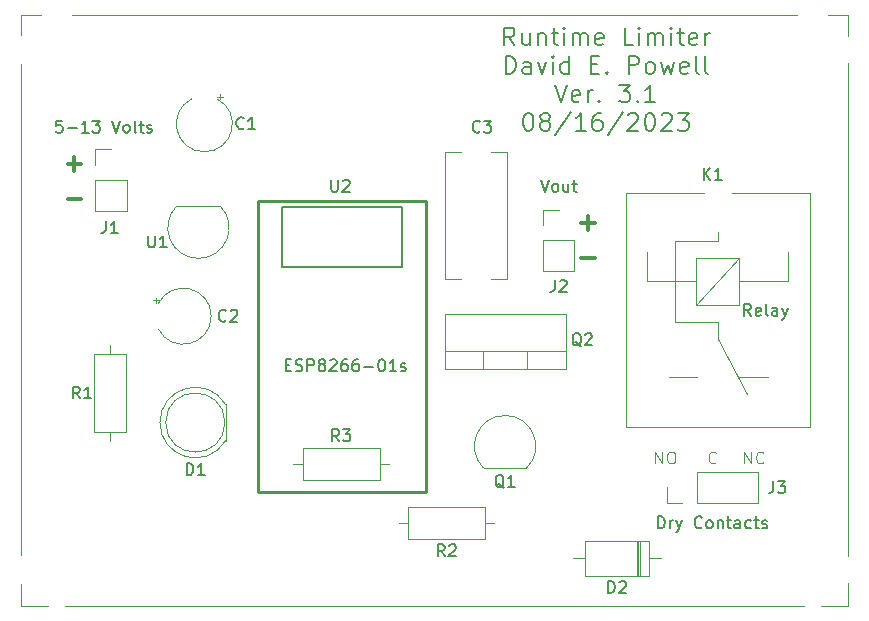
<source format=gbr>
%TF.GenerationSoftware,KiCad,Pcbnew,6.0.11-2627ca5db0~126~ubuntu20.04.1*%
%TF.CreationDate,2023-08-16T23:13:59-05:00*%
%TF.ProjectId,runLimiter,72756e4c-696d-4697-9465-722e6b696361,01*%
%TF.SameCoordinates,Original*%
%TF.FileFunction,Legend,Top*%
%TF.FilePolarity,Positive*%
%FSLAX46Y46*%
G04 Gerber Fmt 4.6, Leading zero omitted, Abs format (unit mm)*
G04 Created by KiCad (PCBNEW 6.0.11-2627ca5db0~126~ubuntu20.04.1) date 2023-08-16 23:13:59*
%MOMM*%
%LPD*%
G01*
G04 APERTURE LIST*
%TA.AperFunction,Profile*%
%ADD10C,0.100000*%
%TD*%
%ADD11C,0.100000*%
%ADD12C,0.300000*%
%ADD13C,0.200000*%
%ADD14C,0.150000*%
%ADD15C,0.120000*%
%ADD16C,0.254000*%
%ADD17C,0.152400*%
%ADD18C,6.400000*%
%ADD19C,1.600000*%
%ADD20O,1.600000X1.600000*%
%ADD21R,1.700000X1.700000*%
%ADD22O,1.700000X1.700000*%
%ADD23R,2.200000X2.200000*%
%ADD24O,2.200000X2.200000*%
%ADD25C,3.000000*%
%ADD26C,2.500000*%
%ADD27R,1.600000X1.600000*%
%ADD28R,1.050000X1.500000*%
%ADD29O,1.050000X1.500000*%
%ADD30R,1.905000X2.000000*%
%ADD31O,1.905000X2.000000*%
%ADD32R,1.800000X1.800000*%
%ADD33C,1.800000*%
%ADD34C,2.000000*%
%ADD35R,1.727200X1.727200*%
%ADD36O,1.727200X1.727200*%
G04 APERTURE END LIST*
D10*
X0Y0D02*
X70000000Y0D01*
X70000000Y0D02*
X70000000Y-50000000D01*
X70000000Y-50000000D02*
X0Y-50000000D01*
X0Y-50000000D02*
X0Y0D01*
D11*
X53690476Y-37952380D02*
X53690476Y-36952380D01*
X54261904Y-37952380D01*
X54261904Y-36952380D01*
X54928571Y-36952380D02*
X55119047Y-36952380D01*
X55214285Y-37000000D01*
X55309523Y-37095238D01*
X55357142Y-37285714D01*
X55357142Y-37619047D01*
X55309523Y-37809523D01*
X55214285Y-37904761D01*
X55119047Y-37952380D01*
X54928571Y-37952380D01*
X54833333Y-37904761D01*
X54738095Y-37809523D01*
X54690476Y-37619047D01*
X54690476Y-37285714D01*
X54738095Y-37095238D01*
X54833333Y-37000000D01*
X54928571Y-36952380D01*
D12*
X47428571Y-17607142D02*
X48571428Y-17607142D01*
X48000000Y-18178571D02*
X48000000Y-17035714D01*
X3928571Y-15607142D02*
X5071428Y-15607142D01*
D13*
X41750000Y-2556071D02*
X41250000Y-1841785D01*
X40892857Y-2556071D02*
X40892857Y-1056071D01*
X41464285Y-1056071D01*
X41607142Y-1127500D01*
X41678571Y-1198928D01*
X41750000Y-1341785D01*
X41750000Y-1556071D01*
X41678571Y-1698928D01*
X41607142Y-1770357D01*
X41464285Y-1841785D01*
X40892857Y-1841785D01*
X43035714Y-1556071D02*
X43035714Y-2556071D01*
X42392857Y-1556071D02*
X42392857Y-2341785D01*
X42464285Y-2484642D01*
X42607142Y-2556071D01*
X42821428Y-2556071D01*
X42964285Y-2484642D01*
X43035714Y-2413214D01*
X43750000Y-1556071D02*
X43750000Y-2556071D01*
X43750000Y-1698928D02*
X43821428Y-1627500D01*
X43964285Y-1556071D01*
X44178571Y-1556071D01*
X44321428Y-1627500D01*
X44392857Y-1770357D01*
X44392857Y-2556071D01*
X44892857Y-1556071D02*
X45464285Y-1556071D01*
X45107142Y-1056071D02*
X45107142Y-2341785D01*
X45178571Y-2484642D01*
X45321428Y-2556071D01*
X45464285Y-2556071D01*
X45964285Y-2556071D02*
X45964285Y-1556071D01*
X45964285Y-1056071D02*
X45892857Y-1127500D01*
X45964285Y-1198928D01*
X46035714Y-1127500D01*
X45964285Y-1056071D01*
X45964285Y-1198928D01*
X46678571Y-2556071D02*
X46678571Y-1556071D01*
X46678571Y-1698928D02*
X46750000Y-1627500D01*
X46892857Y-1556071D01*
X47107142Y-1556071D01*
X47250000Y-1627500D01*
X47321428Y-1770357D01*
X47321428Y-2556071D01*
X47321428Y-1770357D02*
X47392857Y-1627500D01*
X47535714Y-1556071D01*
X47750000Y-1556071D01*
X47892857Y-1627500D01*
X47964285Y-1770357D01*
X47964285Y-2556071D01*
X49250000Y-2484642D02*
X49107142Y-2556071D01*
X48821428Y-2556071D01*
X48678571Y-2484642D01*
X48607142Y-2341785D01*
X48607142Y-1770357D01*
X48678571Y-1627500D01*
X48821428Y-1556071D01*
X49107142Y-1556071D01*
X49250000Y-1627500D01*
X49321428Y-1770357D01*
X49321428Y-1913214D01*
X48607142Y-2056071D01*
X51821428Y-2556071D02*
X51107142Y-2556071D01*
X51107142Y-1056071D01*
X52321428Y-2556071D02*
X52321428Y-1556071D01*
X52321428Y-1056071D02*
X52250000Y-1127500D01*
X52321428Y-1198928D01*
X52392857Y-1127500D01*
X52321428Y-1056071D01*
X52321428Y-1198928D01*
X53035714Y-2556071D02*
X53035714Y-1556071D01*
X53035714Y-1698928D02*
X53107142Y-1627500D01*
X53250000Y-1556071D01*
X53464285Y-1556071D01*
X53607142Y-1627500D01*
X53678571Y-1770357D01*
X53678571Y-2556071D01*
X53678571Y-1770357D02*
X53750000Y-1627500D01*
X53892857Y-1556071D01*
X54107142Y-1556071D01*
X54250000Y-1627500D01*
X54321428Y-1770357D01*
X54321428Y-2556071D01*
X55035714Y-2556071D02*
X55035714Y-1556071D01*
X55035714Y-1056071D02*
X54964285Y-1127500D01*
X55035714Y-1198928D01*
X55107142Y-1127500D01*
X55035714Y-1056071D01*
X55035714Y-1198928D01*
X55535714Y-1556071D02*
X56107142Y-1556071D01*
X55750000Y-1056071D02*
X55750000Y-2341785D01*
X55821428Y-2484642D01*
X55964285Y-2556071D01*
X56107142Y-2556071D01*
X57178571Y-2484642D02*
X57035714Y-2556071D01*
X56750000Y-2556071D01*
X56607142Y-2484642D01*
X56535714Y-2341785D01*
X56535714Y-1770357D01*
X56607142Y-1627500D01*
X56750000Y-1556071D01*
X57035714Y-1556071D01*
X57178571Y-1627500D01*
X57250000Y-1770357D01*
X57250000Y-1913214D01*
X56535714Y-2056071D01*
X57892857Y-2556071D02*
X57892857Y-1556071D01*
X57892857Y-1841785D02*
X57964285Y-1698928D01*
X58035714Y-1627500D01*
X58178571Y-1556071D01*
X58321428Y-1556071D01*
X41000000Y-4971071D02*
X41000000Y-3471071D01*
X41357142Y-3471071D01*
X41571428Y-3542500D01*
X41714285Y-3685357D01*
X41785714Y-3828214D01*
X41857142Y-4113928D01*
X41857142Y-4328214D01*
X41785714Y-4613928D01*
X41714285Y-4756785D01*
X41571428Y-4899642D01*
X41357142Y-4971071D01*
X41000000Y-4971071D01*
X43142857Y-4971071D02*
X43142857Y-4185357D01*
X43071428Y-4042500D01*
X42928571Y-3971071D01*
X42642857Y-3971071D01*
X42500000Y-4042500D01*
X43142857Y-4899642D02*
X43000000Y-4971071D01*
X42642857Y-4971071D01*
X42500000Y-4899642D01*
X42428571Y-4756785D01*
X42428571Y-4613928D01*
X42500000Y-4471071D01*
X42642857Y-4399642D01*
X43000000Y-4399642D01*
X43142857Y-4328214D01*
X43714285Y-3971071D02*
X44071428Y-4971071D01*
X44428571Y-3971071D01*
X45000000Y-4971071D02*
X45000000Y-3971071D01*
X45000000Y-3471071D02*
X44928571Y-3542500D01*
X45000000Y-3613928D01*
X45071428Y-3542500D01*
X45000000Y-3471071D01*
X45000000Y-3613928D01*
X46357142Y-4971071D02*
X46357142Y-3471071D01*
X46357142Y-4899642D02*
X46214285Y-4971071D01*
X45928571Y-4971071D01*
X45785714Y-4899642D01*
X45714285Y-4828214D01*
X45642857Y-4685357D01*
X45642857Y-4256785D01*
X45714285Y-4113928D01*
X45785714Y-4042500D01*
X45928571Y-3971071D01*
X46214285Y-3971071D01*
X46357142Y-4042500D01*
X48214285Y-4185357D02*
X48714285Y-4185357D01*
X48928571Y-4971071D02*
X48214285Y-4971071D01*
X48214285Y-3471071D01*
X48928571Y-3471071D01*
X49571428Y-4828214D02*
X49642857Y-4899642D01*
X49571428Y-4971071D01*
X49500000Y-4899642D01*
X49571428Y-4828214D01*
X49571428Y-4971071D01*
X51428571Y-4971071D02*
X51428571Y-3471071D01*
X52000000Y-3471071D01*
X52142857Y-3542500D01*
X52214285Y-3613928D01*
X52285714Y-3756785D01*
X52285714Y-3971071D01*
X52214285Y-4113928D01*
X52142857Y-4185357D01*
X52000000Y-4256785D01*
X51428571Y-4256785D01*
X53142857Y-4971071D02*
X53000000Y-4899642D01*
X52928571Y-4828214D01*
X52857142Y-4685357D01*
X52857142Y-4256785D01*
X52928571Y-4113928D01*
X53000000Y-4042500D01*
X53142857Y-3971071D01*
X53357142Y-3971071D01*
X53500000Y-4042500D01*
X53571428Y-4113928D01*
X53642857Y-4256785D01*
X53642857Y-4685357D01*
X53571428Y-4828214D01*
X53500000Y-4899642D01*
X53357142Y-4971071D01*
X53142857Y-4971071D01*
X54142857Y-3971071D02*
X54428571Y-4971071D01*
X54714285Y-4256785D01*
X55000000Y-4971071D01*
X55285714Y-3971071D01*
X56428571Y-4899642D02*
X56285714Y-4971071D01*
X56000000Y-4971071D01*
X55857142Y-4899642D01*
X55785714Y-4756785D01*
X55785714Y-4185357D01*
X55857142Y-4042500D01*
X56000000Y-3971071D01*
X56285714Y-3971071D01*
X56428571Y-4042500D01*
X56500000Y-4185357D01*
X56500000Y-4328214D01*
X55785714Y-4471071D01*
X57357142Y-4971071D02*
X57214285Y-4899642D01*
X57142857Y-4756785D01*
X57142857Y-3471071D01*
X58142857Y-4971071D02*
X58000000Y-4899642D01*
X57928571Y-4756785D01*
X57928571Y-3471071D01*
X45178571Y-5886071D02*
X45678571Y-7386071D01*
X46178571Y-5886071D01*
X47250000Y-7314642D02*
X47107142Y-7386071D01*
X46821428Y-7386071D01*
X46678571Y-7314642D01*
X46607142Y-7171785D01*
X46607142Y-6600357D01*
X46678571Y-6457500D01*
X46821428Y-6386071D01*
X47107142Y-6386071D01*
X47250000Y-6457500D01*
X47321428Y-6600357D01*
X47321428Y-6743214D01*
X46607142Y-6886071D01*
X47964285Y-7386071D02*
X47964285Y-6386071D01*
X47964285Y-6671785D02*
X48035714Y-6528928D01*
X48107142Y-6457500D01*
X48250000Y-6386071D01*
X48392857Y-6386071D01*
X48892857Y-7243214D02*
X48964285Y-7314642D01*
X48892857Y-7386071D01*
X48821428Y-7314642D01*
X48892857Y-7243214D01*
X48892857Y-7386071D01*
X50607142Y-5886071D02*
X51535714Y-5886071D01*
X51035714Y-6457500D01*
X51250000Y-6457500D01*
X51392857Y-6528928D01*
X51464285Y-6600357D01*
X51535714Y-6743214D01*
X51535714Y-7100357D01*
X51464285Y-7243214D01*
X51392857Y-7314642D01*
X51250000Y-7386071D01*
X50821428Y-7386071D01*
X50678571Y-7314642D01*
X50607142Y-7243214D01*
X52178571Y-7243214D02*
X52250000Y-7314642D01*
X52178571Y-7386071D01*
X52107142Y-7314642D01*
X52178571Y-7243214D01*
X52178571Y-7386071D01*
X53678571Y-7386071D02*
X52821428Y-7386071D01*
X53250000Y-7386071D02*
X53250000Y-5886071D01*
X53107142Y-6100357D01*
X52964285Y-6243214D01*
X52821428Y-6314642D01*
X42857142Y-8301071D02*
X43000000Y-8301071D01*
X43142857Y-8372500D01*
X43214285Y-8443928D01*
X43285714Y-8586785D01*
X43357142Y-8872500D01*
X43357142Y-9229642D01*
X43285714Y-9515357D01*
X43214285Y-9658214D01*
X43142857Y-9729642D01*
X43000000Y-9801071D01*
X42857142Y-9801071D01*
X42714285Y-9729642D01*
X42642857Y-9658214D01*
X42571428Y-9515357D01*
X42500000Y-9229642D01*
X42500000Y-8872500D01*
X42571428Y-8586785D01*
X42642857Y-8443928D01*
X42714285Y-8372500D01*
X42857142Y-8301071D01*
X44214285Y-8943928D02*
X44071428Y-8872500D01*
X44000000Y-8801071D01*
X43928571Y-8658214D01*
X43928571Y-8586785D01*
X44000000Y-8443928D01*
X44071428Y-8372500D01*
X44214285Y-8301071D01*
X44500000Y-8301071D01*
X44642857Y-8372500D01*
X44714285Y-8443928D01*
X44785714Y-8586785D01*
X44785714Y-8658214D01*
X44714285Y-8801071D01*
X44642857Y-8872500D01*
X44500000Y-8943928D01*
X44214285Y-8943928D01*
X44071428Y-9015357D01*
X44000000Y-9086785D01*
X43928571Y-9229642D01*
X43928571Y-9515357D01*
X44000000Y-9658214D01*
X44071428Y-9729642D01*
X44214285Y-9801071D01*
X44500000Y-9801071D01*
X44642857Y-9729642D01*
X44714285Y-9658214D01*
X44785714Y-9515357D01*
X44785714Y-9229642D01*
X44714285Y-9086785D01*
X44642857Y-9015357D01*
X44500000Y-8943928D01*
X46500000Y-8229642D02*
X45214285Y-10158214D01*
X47785714Y-9801071D02*
X46928571Y-9801071D01*
X47357142Y-9801071D02*
X47357142Y-8301071D01*
X47214285Y-8515357D01*
X47071428Y-8658214D01*
X46928571Y-8729642D01*
X49071428Y-8301071D02*
X48785714Y-8301071D01*
X48642857Y-8372500D01*
X48571428Y-8443928D01*
X48428571Y-8658214D01*
X48357142Y-8943928D01*
X48357142Y-9515357D01*
X48428571Y-9658214D01*
X48500000Y-9729642D01*
X48642857Y-9801071D01*
X48928571Y-9801071D01*
X49071428Y-9729642D01*
X49142857Y-9658214D01*
X49214285Y-9515357D01*
X49214285Y-9158214D01*
X49142857Y-9015357D01*
X49071428Y-8943928D01*
X48928571Y-8872500D01*
X48642857Y-8872500D01*
X48500000Y-8943928D01*
X48428571Y-9015357D01*
X48357142Y-9158214D01*
X50928571Y-8229642D02*
X49642857Y-10158214D01*
X51357142Y-8443928D02*
X51428571Y-8372500D01*
X51571428Y-8301071D01*
X51928571Y-8301071D01*
X52071428Y-8372500D01*
X52142857Y-8443928D01*
X52214285Y-8586785D01*
X52214285Y-8729642D01*
X52142857Y-8943928D01*
X51285714Y-9801071D01*
X52214285Y-9801071D01*
X53142857Y-8301071D02*
X53285714Y-8301071D01*
X53428571Y-8372500D01*
X53500000Y-8443928D01*
X53571428Y-8586785D01*
X53642857Y-8872500D01*
X53642857Y-9229642D01*
X53571428Y-9515357D01*
X53500000Y-9658214D01*
X53428571Y-9729642D01*
X53285714Y-9801071D01*
X53142857Y-9801071D01*
X53000000Y-9729642D01*
X52928571Y-9658214D01*
X52857142Y-9515357D01*
X52785714Y-9229642D01*
X52785714Y-8872500D01*
X52857142Y-8586785D01*
X52928571Y-8443928D01*
X53000000Y-8372500D01*
X53142857Y-8301071D01*
X54214285Y-8443928D02*
X54285714Y-8372500D01*
X54428571Y-8301071D01*
X54785714Y-8301071D01*
X54928571Y-8372500D01*
X55000000Y-8443928D01*
X55071428Y-8586785D01*
X55071428Y-8729642D01*
X55000000Y-8943928D01*
X54142857Y-9801071D01*
X55071428Y-9801071D01*
X55571428Y-8301071D02*
X56500000Y-8301071D01*
X56000000Y-8872500D01*
X56214285Y-8872500D01*
X56357142Y-8943928D01*
X56428571Y-9015357D01*
X56500000Y-9158214D01*
X56500000Y-9515357D01*
X56428571Y-9658214D01*
X56357142Y-9729642D01*
X56214285Y-9801071D01*
X55785714Y-9801071D01*
X55642857Y-9729642D01*
X55571428Y-9658214D01*
D11*
X58809523Y-37857142D02*
X58761904Y-37904761D01*
X58619047Y-37952380D01*
X58523809Y-37952380D01*
X58380952Y-37904761D01*
X58285714Y-37809523D01*
X58238095Y-37714285D01*
X58190476Y-37523809D01*
X58190476Y-37380952D01*
X58238095Y-37190476D01*
X58285714Y-37095238D01*
X58380952Y-37000000D01*
X58523809Y-36952380D01*
X58619047Y-36952380D01*
X58761904Y-37000000D01*
X58809523Y-37047619D01*
X61214285Y-37952380D02*
X61214285Y-36952380D01*
X61785714Y-37952380D01*
X61785714Y-36952380D01*
X62833333Y-37857142D02*
X62785714Y-37904761D01*
X62642857Y-37952380D01*
X62547619Y-37952380D01*
X62404761Y-37904761D01*
X62309523Y-37809523D01*
X62261904Y-37714285D01*
X62214285Y-37523809D01*
X62214285Y-37380952D01*
X62261904Y-37190476D01*
X62309523Y-37095238D01*
X62404761Y-37000000D01*
X62547619Y-36952380D01*
X62642857Y-36952380D01*
X62785714Y-37000000D01*
X62833333Y-37047619D01*
D12*
X3928571Y-12607142D02*
X5071428Y-12607142D01*
X4500000Y-13178571D02*
X4500000Y-12035714D01*
X47428571Y-20607142D02*
X48571428Y-20607142D01*
D14*
%TO.C,R3*%
X26913333Y-36082380D02*
X26580000Y-35606190D01*
X26341904Y-36082380D02*
X26341904Y-35082380D01*
X26722857Y-35082380D01*
X26818095Y-35130000D01*
X26865714Y-35177619D01*
X26913333Y-35272857D01*
X26913333Y-35415714D01*
X26865714Y-35510952D01*
X26818095Y-35558571D01*
X26722857Y-35606190D01*
X26341904Y-35606190D01*
X27246666Y-35082380D02*
X27865714Y-35082380D01*
X27532380Y-35463333D01*
X27675238Y-35463333D01*
X27770476Y-35510952D01*
X27818095Y-35558571D01*
X27865714Y-35653809D01*
X27865714Y-35891904D01*
X27818095Y-35987142D01*
X27770476Y-36034761D01*
X27675238Y-36082380D01*
X27389523Y-36082380D01*
X27294285Y-36034761D01*
X27246666Y-35987142D01*
%TO.C,J3*%
X63666666Y-39452380D02*
X63666666Y-40166666D01*
X63619047Y-40309523D01*
X63523809Y-40404761D01*
X63380952Y-40452380D01*
X63285714Y-40452380D01*
X64047619Y-39452380D02*
X64666666Y-39452380D01*
X64333333Y-39833333D01*
X64476190Y-39833333D01*
X64571428Y-39880952D01*
X64619047Y-39928571D01*
X64666666Y-40023809D01*
X64666666Y-40261904D01*
X64619047Y-40357142D01*
X64571428Y-40404761D01*
X64476190Y-40452380D01*
X64190476Y-40452380D01*
X64095238Y-40404761D01*
X64047619Y-40357142D01*
X53904761Y-43452380D02*
X53904761Y-42452380D01*
X54142857Y-42452380D01*
X54285714Y-42500000D01*
X54380952Y-42595238D01*
X54428571Y-42690476D01*
X54476190Y-42880952D01*
X54476190Y-43023809D01*
X54428571Y-43214285D01*
X54380952Y-43309523D01*
X54285714Y-43404761D01*
X54142857Y-43452380D01*
X53904761Y-43452380D01*
X54904761Y-43452380D02*
X54904761Y-42785714D01*
X54904761Y-42976190D02*
X54952380Y-42880952D01*
X55000000Y-42833333D01*
X55095238Y-42785714D01*
X55190476Y-42785714D01*
X55428571Y-42785714D02*
X55666666Y-43452380D01*
X55904761Y-42785714D02*
X55666666Y-43452380D01*
X55571428Y-43690476D01*
X55523809Y-43738095D01*
X55428571Y-43785714D01*
X57619047Y-43357142D02*
X57571428Y-43404761D01*
X57428571Y-43452380D01*
X57333333Y-43452380D01*
X57190476Y-43404761D01*
X57095238Y-43309523D01*
X57047619Y-43214285D01*
X57000000Y-43023809D01*
X57000000Y-42880952D01*
X57047619Y-42690476D01*
X57095238Y-42595238D01*
X57190476Y-42500000D01*
X57333333Y-42452380D01*
X57428571Y-42452380D01*
X57571428Y-42500000D01*
X57619047Y-42547619D01*
X58190476Y-43452380D02*
X58095238Y-43404761D01*
X58047619Y-43357142D01*
X58000000Y-43261904D01*
X58000000Y-42976190D01*
X58047619Y-42880952D01*
X58095238Y-42833333D01*
X58190476Y-42785714D01*
X58333333Y-42785714D01*
X58428571Y-42833333D01*
X58476190Y-42880952D01*
X58523809Y-42976190D01*
X58523809Y-43261904D01*
X58476190Y-43357142D01*
X58428571Y-43404761D01*
X58333333Y-43452380D01*
X58190476Y-43452380D01*
X58952380Y-42785714D02*
X58952380Y-43452380D01*
X58952380Y-42880952D02*
X59000000Y-42833333D01*
X59095238Y-42785714D01*
X59238095Y-42785714D01*
X59333333Y-42833333D01*
X59380952Y-42928571D01*
X59380952Y-43452380D01*
X59714285Y-42785714D02*
X60095238Y-42785714D01*
X59857142Y-42452380D02*
X59857142Y-43309523D01*
X59904761Y-43404761D01*
X60000000Y-43452380D01*
X60095238Y-43452380D01*
X60857142Y-43452380D02*
X60857142Y-42928571D01*
X60809523Y-42833333D01*
X60714285Y-42785714D01*
X60523809Y-42785714D01*
X60428571Y-42833333D01*
X60857142Y-43404761D02*
X60761904Y-43452380D01*
X60523809Y-43452380D01*
X60428571Y-43404761D01*
X60380952Y-43309523D01*
X60380952Y-43214285D01*
X60428571Y-43119047D01*
X60523809Y-43071428D01*
X60761904Y-43071428D01*
X60857142Y-43023809D01*
X61761904Y-43404761D02*
X61666666Y-43452380D01*
X61476190Y-43452380D01*
X61380952Y-43404761D01*
X61333333Y-43357142D01*
X61285714Y-43261904D01*
X61285714Y-42976190D01*
X61333333Y-42880952D01*
X61380952Y-42833333D01*
X61476190Y-42785714D01*
X61666666Y-42785714D01*
X61761904Y-42833333D01*
X62047619Y-42785714D02*
X62428571Y-42785714D01*
X62190476Y-42452380D02*
X62190476Y-43309523D01*
X62238095Y-43404761D01*
X62333333Y-43452380D01*
X62428571Y-43452380D01*
X62714285Y-43404761D02*
X62809523Y-43452380D01*
X63000000Y-43452380D01*
X63095238Y-43404761D01*
X63142857Y-43309523D01*
X63142857Y-43261904D01*
X63095238Y-43166666D01*
X63000000Y-43119047D01*
X62857142Y-43119047D01*
X62761904Y-43071428D01*
X62714285Y-42976190D01*
X62714285Y-42928571D01*
X62761904Y-42833333D01*
X62857142Y-42785714D01*
X63000000Y-42785714D01*
X63095238Y-42833333D01*
%TO.C,D2*%
X49681904Y-48922380D02*
X49681904Y-47922380D01*
X49920000Y-47922380D01*
X50062857Y-47970000D01*
X50158095Y-48065238D01*
X50205714Y-48160476D01*
X50253333Y-48350952D01*
X50253333Y-48493809D01*
X50205714Y-48684285D01*
X50158095Y-48779523D01*
X50062857Y-48874761D01*
X49920000Y-48922380D01*
X49681904Y-48922380D01*
X50634285Y-48017619D02*
X50681904Y-47970000D01*
X50777142Y-47922380D01*
X51015238Y-47922380D01*
X51110476Y-47970000D01*
X51158095Y-48017619D01*
X51205714Y-48112857D01*
X51205714Y-48208095D01*
X51158095Y-48350952D01*
X50586666Y-48922380D01*
X51205714Y-48922380D01*
%TO.C,K1*%
X57761904Y-13952380D02*
X57761904Y-12952380D01*
X58333333Y-13952380D02*
X57904761Y-13380952D01*
X58333333Y-12952380D02*
X57761904Y-13523809D01*
X59285714Y-13952380D02*
X58714285Y-13952380D01*
X59000000Y-13952380D02*
X59000000Y-12952380D01*
X58904761Y-13095238D01*
X58809523Y-13190476D01*
X58714285Y-13238095D01*
X61785714Y-25452380D02*
X61452380Y-24976190D01*
X61214285Y-25452380D02*
X61214285Y-24452380D01*
X61595238Y-24452380D01*
X61690476Y-24500000D01*
X61738095Y-24547619D01*
X61785714Y-24642857D01*
X61785714Y-24785714D01*
X61738095Y-24880952D01*
X61690476Y-24928571D01*
X61595238Y-24976190D01*
X61214285Y-24976190D01*
X62595238Y-25404761D02*
X62500000Y-25452380D01*
X62309523Y-25452380D01*
X62214285Y-25404761D01*
X62166666Y-25309523D01*
X62166666Y-24928571D01*
X62214285Y-24833333D01*
X62309523Y-24785714D01*
X62500000Y-24785714D01*
X62595238Y-24833333D01*
X62642857Y-24928571D01*
X62642857Y-25023809D01*
X62166666Y-25119047D01*
X63214285Y-25452380D02*
X63119047Y-25404761D01*
X63071428Y-25309523D01*
X63071428Y-24452380D01*
X64023809Y-25452380D02*
X64023809Y-24928571D01*
X63976190Y-24833333D01*
X63880952Y-24785714D01*
X63690476Y-24785714D01*
X63595238Y-24833333D01*
X64023809Y-25404761D02*
X63928571Y-25452380D01*
X63690476Y-25452380D01*
X63595238Y-25404761D01*
X63547619Y-25309523D01*
X63547619Y-25214285D01*
X63595238Y-25119047D01*
X63690476Y-25071428D01*
X63928571Y-25071428D01*
X64023809Y-25023809D01*
X64404761Y-24785714D02*
X64642857Y-25452380D01*
X64880952Y-24785714D02*
X64642857Y-25452380D01*
X64547619Y-25690476D01*
X64500000Y-25738095D01*
X64404761Y-25785714D01*
%TO.C,J1*%
X7166666Y-17452380D02*
X7166666Y-18166666D01*
X7119047Y-18309523D01*
X7023809Y-18404761D01*
X6880952Y-18452380D01*
X6785714Y-18452380D01*
X8166666Y-18452380D02*
X7595238Y-18452380D01*
X7880952Y-18452380D02*
X7880952Y-17452380D01*
X7785714Y-17595238D01*
X7690476Y-17690476D01*
X7595238Y-17738095D01*
X3452380Y-8952380D02*
X2976190Y-8952380D01*
X2928571Y-9428571D01*
X2976190Y-9380952D01*
X3071428Y-9333333D01*
X3309523Y-9333333D01*
X3404761Y-9380952D01*
X3452380Y-9428571D01*
X3500000Y-9523809D01*
X3500000Y-9761904D01*
X3452380Y-9857142D01*
X3404761Y-9904761D01*
X3309523Y-9952380D01*
X3071428Y-9952380D01*
X2976190Y-9904761D01*
X2928571Y-9857142D01*
X3928571Y-9571428D02*
X4690476Y-9571428D01*
X5690476Y-9952380D02*
X5119047Y-9952380D01*
X5404761Y-9952380D02*
X5404761Y-8952380D01*
X5309523Y-9095238D01*
X5214285Y-9190476D01*
X5119047Y-9238095D01*
X6023809Y-8952380D02*
X6642857Y-8952380D01*
X6309523Y-9333333D01*
X6452380Y-9333333D01*
X6547619Y-9380952D01*
X6595238Y-9428571D01*
X6642857Y-9523809D01*
X6642857Y-9761904D01*
X6595238Y-9857142D01*
X6547619Y-9904761D01*
X6452380Y-9952380D01*
X6166666Y-9952380D01*
X6071428Y-9904761D01*
X6023809Y-9857142D01*
X7690476Y-8952380D02*
X8023809Y-9952380D01*
X8357142Y-8952380D01*
X8833333Y-9952380D02*
X8738095Y-9904761D01*
X8690476Y-9857142D01*
X8642857Y-9761904D01*
X8642857Y-9476190D01*
X8690476Y-9380952D01*
X8738095Y-9333333D01*
X8833333Y-9285714D01*
X8976190Y-9285714D01*
X9071428Y-9333333D01*
X9119047Y-9380952D01*
X9166666Y-9476190D01*
X9166666Y-9761904D01*
X9119047Y-9857142D01*
X9071428Y-9904761D01*
X8976190Y-9952380D01*
X8833333Y-9952380D01*
X9738095Y-9952380D02*
X9642857Y-9904761D01*
X9595238Y-9809523D01*
X9595238Y-8952380D01*
X9976190Y-9285714D02*
X10357142Y-9285714D01*
X10119047Y-8952380D02*
X10119047Y-9809523D01*
X10166666Y-9904761D01*
X10261904Y-9952380D01*
X10357142Y-9952380D01*
X10642857Y-9904761D02*
X10738095Y-9952380D01*
X10928571Y-9952380D01*
X11023809Y-9904761D01*
X11071428Y-9809523D01*
X11071428Y-9761904D01*
X11023809Y-9666666D01*
X10928571Y-9619047D01*
X10785714Y-9619047D01*
X10690476Y-9571428D01*
X10642857Y-9476190D01*
X10642857Y-9428571D01*
X10690476Y-9333333D01*
X10785714Y-9285714D01*
X10928571Y-9285714D01*
X11023809Y-9333333D01*
%TO.C,J2*%
X45166666Y-22452380D02*
X45166666Y-23166666D01*
X45119047Y-23309523D01*
X45023809Y-23404761D01*
X44880952Y-23452380D01*
X44785714Y-23452380D01*
X45595238Y-22547619D02*
X45642857Y-22500000D01*
X45738095Y-22452380D01*
X45976190Y-22452380D01*
X46071428Y-22500000D01*
X46119047Y-22547619D01*
X46166666Y-22642857D01*
X46166666Y-22738095D01*
X46119047Y-22880952D01*
X45547619Y-23452380D01*
X46166666Y-23452380D01*
X43976190Y-13952380D02*
X44309523Y-14952380D01*
X44642857Y-13952380D01*
X45119047Y-14952380D02*
X45023809Y-14904761D01*
X44976190Y-14857142D01*
X44928571Y-14761904D01*
X44928571Y-14476190D01*
X44976190Y-14380952D01*
X45023809Y-14333333D01*
X45119047Y-14285714D01*
X45261904Y-14285714D01*
X45357142Y-14333333D01*
X45404761Y-14380952D01*
X45452380Y-14476190D01*
X45452380Y-14761904D01*
X45404761Y-14857142D01*
X45357142Y-14904761D01*
X45261904Y-14952380D01*
X45119047Y-14952380D01*
X46309523Y-14285714D02*
X46309523Y-14952380D01*
X45880952Y-14285714D02*
X45880952Y-14809523D01*
X45928571Y-14904761D01*
X46023809Y-14952380D01*
X46166666Y-14952380D01*
X46261904Y-14904761D01*
X46309523Y-14857142D01*
X46642857Y-14285714D02*
X47023809Y-14285714D01*
X46785714Y-13952380D02*
X46785714Y-14809523D01*
X46833333Y-14904761D01*
X46928571Y-14952380D01*
X47023809Y-14952380D01*
%TO.C,C2*%
X17333333Y-25857142D02*
X17285714Y-25904761D01*
X17142857Y-25952380D01*
X17047619Y-25952380D01*
X16904761Y-25904761D01*
X16809523Y-25809523D01*
X16761904Y-25714285D01*
X16714285Y-25523809D01*
X16714285Y-25380952D01*
X16761904Y-25190476D01*
X16809523Y-25095238D01*
X16904761Y-25000000D01*
X17047619Y-24952380D01*
X17142857Y-24952380D01*
X17285714Y-25000000D01*
X17333333Y-25047619D01*
X17714285Y-25047619D02*
X17761904Y-25000000D01*
X17857142Y-24952380D01*
X18095238Y-24952380D01*
X18190476Y-25000000D01*
X18238095Y-25047619D01*
X18285714Y-25142857D01*
X18285714Y-25238095D01*
X18238095Y-25380952D01*
X17666666Y-25952380D01*
X18285714Y-25952380D01*
%TO.C,R1*%
X4963333Y-32452380D02*
X4630000Y-31976190D01*
X4391904Y-32452380D02*
X4391904Y-31452380D01*
X4772857Y-31452380D01*
X4868095Y-31500000D01*
X4915714Y-31547619D01*
X4963333Y-31642857D01*
X4963333Y-31785714D01*
X4915714Y-31880952D01*
X4868095Y-31928571D01*
X4772857Y-31976190D01*
X4391904Y-31976190D01*
X5915714Y-32452380D02*
X5344285Y-32452380D01*
X5630000Y-32452380D02*
X5630000Y-31452380D01*
X5534761Y-31595238D01*
X5439523Y-31690476D01*
X5344285Y-31738095D01*
%TO.C,U1*%
X10738095Y-18672380D02*
X10738095Y-19481904D01*
X10785714Y-19577142D01*
X10833333Y-19624761D01*
X10928571Y-19672380D01*
X11119047Y-19672380D01*
X11214285Y-19624761D01*
X11261904Y-19577142D01*
X11309523Y-19481904D01*
X11309523Y-18672380D01*
X12309523Y-19672380D02*
X11738095Y-19672380D01*
X12023809Y-19672380D02*
X12023809Y-18672380D01*
X11928571Y-18815238D01*
X11833333Y-18910476D01*
X11738095Y-18958095D01*
%TO.C,R2*%
X35833333Y-45822380D02*
X35500000Y-45346190D01*
X35261904Y-45822380D02*
X35261904Y-44822380D01*
X35642857Y-44822380D01*
X35738095Y-44870000D01*
X35785714Y-44917619D01*
X35833333Y-45012857D01*
X35833333Y-45155714D01*
X35785714Y-45250952D01*
X35738095Y-45298571D01*
X35642857Y-45346190D01*
X35261904Y-45346190D01*
X36214285Y-44917619D02*
X36261904Y-44870000D01*
X36357142Y-44822380D01*
X36595238Y-44822380D01*
X36690476Y-44870000D01*
X36738095Y-44917619D01*
X36785714Y-45012857D01*
X36785714Y-45108095D01*
X36738095Y-45250952D01*
X36166666Y-45822380D01*
X36785714Y-45822380D01*
%TO.C,Q2*%
X47404761Y-28047619D02*
X47309523Y-28000000D01*
X47214285Y-27904761D01*
X47071428Y-27761904D01*
X46976190Y-27714285D01*
X46880952Y-27714285D01*
X46928571Y-27952380D02*
X46833333Y-27904761D01*
X46738095Y-27809523D01*
X46690476Y-27619047D01*
X46690476Y-27285714D01*
X46738095Y-27095238D01*
X46833333Y-27000000D01*
X46928571Y-26952380D01*
X47119047Y-26952380D01*
X47214285Y-27000000D01*
X47309523Y-27095238D01*
X47357142Y-27285714D01*
X47357142Y-27619047D01*
X47309523Y-27809523D01*
X47214285Y-27904761D01*
X47119047Y-27952380D01*
X46928571Y-27952380D01*
X47738095Y-27047619D02*
X47785714Y-27000000D01*
X47880952Y-26952380D01*
X48119047Y-26952380D01*
X48214285Y-27000000D01*
X48261904Y-27047619D01*
X48309523Y-27142857D01*
X48309523Y-27238095D01*
X48261904Y-27380952D01*
X47690476Y-27952380D01*
X48309523Y-27952380D01*
%TO.C,D1*%
X13991904Y-38952380D02*
X13991904Y-37952380D01*
X14230000Y-37952380D01*
X14372857Y-38000000D01*
X14468095Y-38095238D01*
X14515714Y-38190476D01*
X14563333Y-38380952D01*
X14563333Y-38523809D01*
X14515714Y-38714285D01*
X14468095Y-38809523D01*
X14372857Y-38904761D01*
X14230000Y-38952380D01*
X13991904Y-38952380D01*
X15515714Y-38952380D02*
X14944285Y-38952380D01*
X15230000Y-38952380D02*
X15230000Y-37952380D01*
X15134761Y-38095238D01*
X15039523Y-38190476D01*
X14944285Y-38238095D01*
%TO.C,C3*%
X38833333Y-9857142D02*
X38785714Y-9904761D01*
X38642857Y-9952380D01*
X38547619Y-9952380D01*
X38404761Y-9904761D01*
X38309523Y-9809523D01*
X38261904Y-9714285D01*
X38214285Y-9523809D01*
X38214285Y-9380952D01*
X38261904Y-9190476D01*
X38309523Y-9095238D01*
X38404761Y-9000000D01*
X38547619Y-8952380D01*
X38642857Y-8952380D01*
X38785714Y-9000000D01*
X38833333Y-9047619D01*
X39166666Y-8952380D02*
X39785714Y-8952380D01*
X39452380Y-9333333D01*
X39595238Y-9333333D01*
X39690476Y-9380952D01*
X39738095Y-9428571D01*
X39785714Y-9523809D01*
X39785714Y-9761904D01*
X39738095Y-9857142D01*
X39690476Y-9904761D01*
X39595238Y-9952380D01*
X39309523Y-9952380D01*
X39214285Y-9904761D01*
X39166666Y-9857142D01*
%TO.C,U2*%
X26238095Y-13952380D02*
X26238095Y-14761904D01*
X26285714Y-14857142D01*
X26333333Y-14904761D01*
X26428571Y-14952380D01*
X26619047Y-14952380D01*
X26714285Y-14904761D01*
X26761904Y-14857142D01*
X26809523Y-14761904D01*
X26809523Y-13952380D01*
X27238095Y-14047619D02*
X27285714Y-14000000D01*
X27380952Y-13952380D01*
X27619047Y-13952380D01*
X27714285Y-14000000D01*
X27761904Y-14047619D01*
X27809523Y-14142857D01*
X27809523Y-14238095D01*
X27761904Y-14380952D01*
X27190476Y-14952380D01*
X27809523Y-14952380D01*
X22372571Y-29620571D02*
X22705904Y-29620571D01*
X22848761Y-30144380D02*
X22372571Y-30144380D01*
X22372571Y-29144380D01*
X22848761Y-29144380D01*
X23229714Y-30096761D02*
X23372571Y-30144380D01*
X23610666Y-30144380D01*
X23705904Y-30096761D01*
X23753523Y-30049142D01*
X23801142Y-29953904D01*
X23801142Y-29858666D01*
X23753523Y-29763428D01*
X23705904Y-29715809D01*
X23610666Y-29668190D01*
X23420190Y-29620571D01*
X23324952Y-29572952D01*
X23277333Y-29525333D01*
X23229714Y-29430095D01*
X23229714Y-29334857D01*
X23277333Y-29239619D01*
X23324952Y-29192000D01*
X23420190Y-29144380D01*
X23658285Y-29144380D01*
X23801142Y-29192000D01*
X24229714Y-30144380D02*
X24229714Y-29144380D01*
X24610666Y-29144380D01*
X24705904Y-29192000D01*
X24753523Y-29239619D01*
X24801142Y-29334857D01*
X24801142Y-29477714D01*
X24753523Y-29572952D01*
X24705904Y-29620571D01*
X24610666Y-29668190D01*
X24229714Y-29668190D01*
X25372571Y-29572952D02*
X25277333Y-29525333D01*
X25229714Y-29477714D01*
X25182095Y-29382476D01*
X25182095Y-29334857D01*
X25229714Y-29239619D01*
X25277333Y-29192000D01*
X25372571Y-29144380D01*
X25563047Y-29144380D01*
X25658285Y-29192000D01*
X25705904Y-29239619D01*
X25753523Y-29334857D01*
X25753523Y-29382476D01*
X25705904Y-29477714D01*
X25658285Y-29525333D01*
X25563047Y-29572952D01*
X25372571Y-29572952D01*
X25277333Y-29620571D01*
X25229714Y-29668190D01*
X25182095Y-29763428D01*
X25182095Y-29953904D01*
X25229714Y-30049142D01*
X25277333Y-30096761D01*
X25372571Y-30144380D01*
X25563047Y-30144380D01*
X25658285Y-30096761D01*
X25705904Y-30049142D01*
X25753523Y-29953904D01*
X25753523Y-29763428D01*
X25705904Y-29668190D01*
X25658285Y-29620571D01*
X25563047Y-29572952D01*
X26134476Y-29239619D02*
X26182095Y-29192000D01*
X26277333Y-29144380D01*
X26515428Y-29144380D01*
X26610666Y-29192000D01*
X26658285Y-29239619D01*
X26705904Y-29334857D01*
X26705904Y-29430095D01*
X26658285Y-29572952D01*
X26086857Y-30144380D01*
X26705904Y-30144380D01*
X27563047Y-29144380D02*
X27372571Y-29144380D01*
X27277333Y-29192000D01*
X27229714Y-29239619D01*
X27134476Y-29382476D01*
X27086857Y-29572952D01*
X27086857Y-29953904D01*
X27134476Y-30049142D01*
X27182095Y-30096761D01*
X27277333Y-30144380D01*
X27467809Y-30144380D01*
X27563047Y-30096761D01*
X27610666Y-30049142D01*
X27658285Y-29953904D01*
X27658285Y-29715809D01*
X27610666Y-29620571D01*
X27563047Y-29572952D01*
X27467809Y-29525333D01*
X27277333Y-29525333D01*
X27182095Y-29572952D01*
X27134476Y-29620571D01*
X27086857Y-29715809D01*
X28515428Y-29144380D02*
X28324952Y-29144380D01*
X28229714Y-29192000D01*
X28182095Y-29239619D01*
X28086857Y-29382476D01*
X28039238Y-29572952D01*
X28039238Y-29953904D01*
X28086857Y-30049142D01*
X28134476Y-30096761D01*
X28229714Y-30144380D01*
X28420190Y-30144380D01*
X28515428Y-30096761D01*
X28563047Y-30049142D01*
X28610666Y-29953904D01*
X28610666Y-29715809D01*
X28563047Y-29620571D01*
X28515428Y-29572952D01*
X28420190Y-29525333D01*
X28229714Y-29525333D01*
X28134476Y-29572952D01*
X28086857Y-29620571D01*
X28039238Y-29715809D01*
X29039238Y-29763428D02*
X29801142Y-29763428D01*
X30467809Y-29144380D02*
X30563047Y-29144380D01*
X30658285Y-29192000D01*
X30705904Y-29239619D01*
X30753523Y-29334857D01*
X30801142Y-29525333D01*
X30801142Y-29763428D01*
X30753523Y-29953904D01*
X30705904Y-30049142D01*
X30658285Y-30096761D01*
X30563047Y-30144380D01*
X30467809Y-30144380D01*
X30372571Y-30096761D01*
X30324952Y-30049142D01*
X30277333Y-29953904D01*
X30229714Y-29763428D01*
X30229714Y-29525333D01*
X30277333Y-29334857D01*
X30324952Y-29239619D01*
X30372571Y-29192000D01*
X30467809Y-29144380D01*
X31753523Y-30144380D02*
X31182095Y-30144380D01*
X31467809Y-30144380D02*
X31467809Y-29144380D01*
X31372571Y-29287238D01*
X31277333Y-29382476D01*
X31182095Y-29430095D01*
X32134476Y-30096761D02*
X32229714Y-30144380D01*
X32420190Y-30144380D01*
X32515428Y-30096761D01*
X32563047Y-30001523D01*
X32563047Y-29953904D01*
X32515428Y-29858666D01*
X32420190Y-29811047D01*
X32277333Y-29811047D01*
X32182095Y-29763428D01*
X32134476Y-29668190D01*
X32134476Y-29620571D01*
X32182095Y-29525333D01*
X32277333Y-29477714D01*
X32420190Y-29477714D01*
X32515428Y-29525333D01*
%TO.C,Q1*%
X40864761Y-40047619D02*
X40769523Y-40000000D01*
X40674285Y-39904761D01*
X40531428Y-39761904D01*
X40436190Y-39714285D01*
X40340952Y-39714285D01*
X40388571Y-39952380D02*
X40293333Y-39904761D01*
X40198095Y-39809523D01*
X40150476Y-39619047D01*
X40150476Y-39285714D01*
X40198095Y-39095238D01*
X40293333Y-39000000D01*
X40388571Y-38952380D01*
X40579047Y-38952380D01*
X40674285Y-39000000D01*
X40769523Y-39095238D01*
X40817142Y-39285714D01*
X40817142Y-39619047D01*
X40769523Y-39809523D01*
X40674285Y-39904761D01*
X40579047Y-39952380D01*
X40388571Y-39952380D01*
X41769523Y-39952380D02*
X41198095Y-39952380D01*
X41483809Y-39952380D02*
X41483809Y-38952380D01*
X41388571Y-39095238D01*
X41293333Y-39190476D01*
X41198095Y-39238095D01*
%TO.C,C1*%
X18833333Y-9567142D02*
X18785714Y-9614761D01*
X18642857Y-9662380D01*
X18547619Y-9662380D01*
X18404761Y-9614761D01*
X18309523Y-9519523D01*
X18261904Y-9424285D01*
X18214285Y-9233809D01*
X18214285Y-9090952D01*
X18261904Y-8900476D01*
X18309523Y-8805238D01*
X18404761Y-8710000D01*
X18547619Y-8662380D01*
X18642857Y-8662380D01*
X18785714Y-8710000D01*
X18833333Y-8757619D01*
X19785714Y-9662380D02*
X19214285Y-9662380D01*
X19500000Y-9662380D02*
X19500000Y-8662380D01*
X19404761Y-8805238D01*
X19309523Y-8900476D01*
X19214285Y-8948095D01*
D15*
%TO.C,R3*%
X23810000Y-39370000D02*
X30350000Y-39370000D01*
X23810000Y-36630000D02*
X23810000Y-39370000D01*
X31120000Y-38000000D02*
X30350000Y-38000000D01*
X30350000Y-36630000D02*
X23810000Y-36630000D01*
X23040000Y-38000000D02*
X23810000Y-38000000D01*
X30350000Y-39370000D02*
X30350000Y-36630000D01*
%TO.C,J3*%
X57245000Y-41330000D02*
X62385000Y-41330000D01*
X55975000Y-41330000D02*
X54645000Y-41330000D01*
X57245000Y-38670000D02*
X62385000Y-38670000D01*
X62385000Y-41330000D02*
X62385000Y-38670000D01*
X54645000Y-41330000D02*
X54645000Y-40000000D01*
X57245000Y-41330000D02*
X57245000Y-38670000D01*
%TO.C,D2*%
X47700000Y-44530000D02*
X47700000Y-47470000D01*
X52120000Y-47470000D02*
X52120000Y-44530000D01*
X53140000Y-44530000D02*
X47700000Y-44530000D01*
X46680000Y-46000000D02*
X47700000Y-46000000D01*
X53140000Y-47470000D02*
X53140000Y-44530000D01*
X52240000Y-47470000D02*
X52240000Y-44530000D01*
X47700000Y-47470000D02*
X53140000Y-47470000D01*
X52360000Y-47470000D02*
X52360000Y-44530000D01*
X54160000Y-46000000D02*
X53140000Y-46000000D01*
%TO.C,K1*%
X64950000Y-22550000D02*
X64950000Y-20050000D01*
X54800000Y-30650000D02*
X57250000Y-30650000D01*
X58950000Y-27450000D02*
X61450000Y-32050000D01*
X58950000Y-19150000D02*
X58950000Y-18350000D01*
X58950000Y-25950000D02*
X55350000Y-25950000D01*
X52950000Y-20050000D02*
X52950000Y-22550000D01*
X57150000Y-24550000D02*
X57150000Y-20550000D01*
X57150000Y-22550000D02*
X52950000Y-22550000D01*
X60750000Y-20550000D02*
X60750000Y-24550000D01*
X58950000Y-19150000D02*
X55350000Y-19150000D01*
X66800000Y-34900000D02*
X51200000Y-34900000D01*
X57800000Y-15100000D02*
X51200000Y-15100000D01*
X66800000Y-15100000D02*
X60200000Y-15100000D01*
X66800000Y-15100000D02*
X66800000Y-34900000D01*
X64950000Y-22550000D02*
X60750000Y-22550000D01*
X60750000Y-24550000D02*
X57150000Y-24550000D01*
X57150000Y-24550000D02*
X60750000Y-20550000D01*
X58950000Y-25950000D02*
X58950000Y-27450000D01*
X51200000Y-34900000D02*
X51200000Y-15100000D01*
X57150000Y-20550000D02*
X60750000Y-20550000D01*
X63200000Y-30650000D02*
X60700000Y-30650000D01*
X55350000Y-25950000D02*
X55350000Y-19150000D01*
%TO.C,J1*%
X8920000Y-13970000D02*
X8920000Y-16570000D01*
X6260000Y-12700000D02*
X6260000Y-11370000D01*
X6260000Y-16570000D02*
X8920000Y-16570000D01*
X6260000Y-13970000D02*
X6260000Y-16570000D01*
X6260000Y-13970000D02*
X8920000Y-13970000D01*
X6260000Y-11370000D02*
X7590000Y-11370000D01*
%TO.C,J2*%
X44170000Y-21670000D02*
X46830000Y-21670000D01*
X44170000Y-16470000D02*
X45500000Y-16470000D01*
X44170000Y-19070000D02*
X44170000Y-21670000D01*
X44170000Y-17800000D02*
X44170000Y-16470000D01*
X46830000Y-19070000D02*
X46830000Y-21670000D01*
X44170000Y-19070000D02*
X46830000Y-19070000D01*
%TO.C,C2*%
X11397712Y-23940000D02*
X11397712Y-24390000D01*
X11172712Y-24165000D02*
X11622712Y-24165000D01*
X11590259Y-26560000D02*
G75*
G03*
X11590259Y-24440000I2119741J1060000D01*
G01*
%TO.C,R1*%
X8870000Y-28730000D02*
X6130000Y-28730000D01*
X6130000Y-35270000D02*
X8870000Y-35270000D01*
X7500000Y-27960000D02*
X7500000Y-28730000D01*
X7500000Y-36040000D02*
X7500000Y-35270000D01*
X8870000Y-35270000D02*
X8870000Y-28730000D01*
X6130000Y-28730000D02*
X6130000Y-35270000D01*
%TO.C,U1*%
X16800000Y-16150000D02*
X13200000Y-16150000D01*
X13161522Y-16161522D02*
G75*
G03*
X15000000Y-20600000I1838478J-1838478D01*
G01*
X15000000Y-20600001D02*
G75*
G03*
X16838478Y-16161522I0J2600001D01*
G01*
%TO.C,R2*%
X40040000Y-43000000D02*
X39270000Y-43000000D01*
X31960000Y-43000000D02*
X32730000Y-43000000D01*
X32730000Y-44370000D02*
X39270000Y-44370000D01*
X32730000Y-41630000D02*
X32730000Y-44370000D01*
X39270000Y-44370000D02*
X39270000Y-41630000D01*
X39270000Y-41630000D02*
X32730000Y-41630000D01*
%TO.C,Q2*%
X46080000Y-29960000D02*
X35840000Y-29960000D01*
X46080000Y-28450000D02*
X35840000Y-28450000D01*
X35840000Y-29960000D02*
X35840000Y-25319000D01*
X46080000Y-29960000D02*
X46080000Y-25319000D01*
X42810000Y-29960000D02*
X42810000Y-28450000D01*
X46080000Y-25319000D02*
X35840000Y-25319000D01*
X39109000Y-29960000D02*
X39109000Y-28450000D01*
%TO.C,D1*%
X17290000Y-36045000D02*
X17290000Y-32955000D01*
X17290000Y-32955170D02*
G75*
G03*
X11740000Y-34500462I-2560000J-1544830D01*
G01*
X11740000Y-34499538D02*
G75*
G03*
X17290000Y-36044830I2990000J-462D01*
G01*
X17230000Y-34500000D02*
G75*
G03*
X17230000Y-34500000I-2500000J0D01*
G01*
%TO.C,C3*%
X41120000Y-11630000D02*
X39756000Y-11630000D01*
X41120000Y-11630000D02*
X41120000Y-22370000D01*
X35880000Y-11630000D02*
X35880000Y-22370000D01*
X41120000Y-22370000D02*
X39756000Y-22370000D01*
X37244000Y-22370000D02*
X35880000Y-22370000D01*
X37244000Y-11630000D02*
X35880000Y-11630000D01*
D16*
%TO.C,U2*%
X20078000Y-40360000D02*
X20078000Y-15722000D01*
D17*
X32270000Y-16230000D02*
X29730000Y-16230000D01*
D16*
X34302000Y-40360000D02*
X20078000Y-40360000D01*
D17*
X22110000Y-16230000D02*
X22110000Y-21310000D01*
D16*
X20078000Y-15722000D02*
X34302000Y-15722000D01*
X34302000Y-15722000D02*
X34302000Y-40360000D01*
D17*
X29730000Y-16230000D02*
X22110000Y-16230000D01*
X32270000Y-21310000D02*
X32270000Y-18770000D01*
X32270000Y-18770000D02*
X32270000Y-16230000D01*
X22110000Y-21310000D02*
X32270000Y-21310000D01*
D15*
%TO.C,Q1*%
X39160000Y-38351115D02*
X42760000Y-38351115D01*
X40960000Y-33901114D02*
G75*
G03*
X39121522Y-38339593I0J-2600001D01*
G01*
X42798478Y-38339593D02*
G75*
G03*
X40960000Y-33901115I-1838478J1838478D01*
G01*
%TO.C,C1*%
X16835000Y-6672712D02*
X16835000Y-7122712D01*
X17060000Y-6897712D02*
X16610000Y-6897712D01*
X14440000Y-7090259D02*
G75*
G03*
X16560000Y-7090259I1060000J-2119741D01*
G01*
%TD*%
%LPC*%
D18*
%TO.C,REF\u002A\u002A*%
X3000000Y-3000000D03*
%TD*%
D19*
%TO.C,R3*%
X22000000Y-38000000D03*
D20*
X32160000Y-38000000D03*
%TD*%
D21*
%TO.C,J3*%
X55975000Y-40000000D03*
D22*
X58515000Y-40000000D03*
X61055000Y-40000000D03*
%TD*%
D23*
%TO.C,D2*%
X55500000Y-46000000D03*
D24*
X45340000Y-46000000D03*
%TD*%
D18*
%TO.C,REF\u002A\u002A*%
X3000000Y-47000000D03*
%TD*%
D25*
%TO.C,K1*%
X59000000Y-16500000D03*
D26*
X52950000Y-18450000D03*
D25*
X52950000Y-30650000D03*
X65000000Y-30700000D03*
D26*
X64950000Y-18450000D03*
%TD*%
D18*
%TO.C,REF\u002A\u002A*%
X67000000Y-47000000D03*
%TD*%
D21*
%TO.C,J1*%
X7590000Y-12700000D03*
D22*
X7590000Y-15240000D03*
%TD*%
D21*
%TO.C,J2*%
X45500000Y-17800000D03*
D22*
X45500000Y-20340000D03*
%TD*%
D27*
%TO.C,C2*%
X12460000Y-25500000D03*
D19*
X14960000Y-25500000D03*
%TD*%
%TO.C,R1*%
X7500000Y-37080000D03*
D20*
X7500000Y-26920000D03*
%TD*%
D28*
%TO.C,U1*%
X16270000Y-18000000D03*
D29*
X15000000Y-18000000D03*
X13730000Y-18000000D03*
%TD*%
D19*
%TO.C,R2*%
X41080000Y-43000000D03*
D20*
X30920000Y-43000000D03*
%TD*%
D30*
%TO.C,Q2*%
X43500000Y-26690000D03*
D31*
X40960000Y-26690000D03*
X38420000Y-26690000D03*
%TD*%
D32*
%TO.C,D1*%
X16000000Y-34500000D03*
D33*
X13460000Y-34500000D03*
%TD*%
D34*
%TO.C,C3*%
X38500000Y-12000000D03*
X38500000Y-22000000D03*
%TD*%
D35*
%TO.C,U2*%
X31000000Y-20040000D03*
D36*
X31000000Y-17500000D03*
X28460000Y-20040000D03*
X28460000Y-17500000D03*
X25920000Y-20040000D03*
X25920000Y-17500000D03*
X23380000Y-20040000D03*
X23380000Y-17500000D03*
%TD*%
D28*
%TO.C,Q1*%
X39690000Y-36501115D03*
D29*
X40960000Y-36501115D03*
X42230000Y-36501115D03*
%TD*%
D27*
%TO.C,C1*%
X15500000Y-7960000D03*
D19*
X15500000Y-10460000D03*
%TD*%
D18*
%TO.C,REF\u002A\u002A*%
X67000000Y-3000000D03*
%TD*%
M02*

</source>
